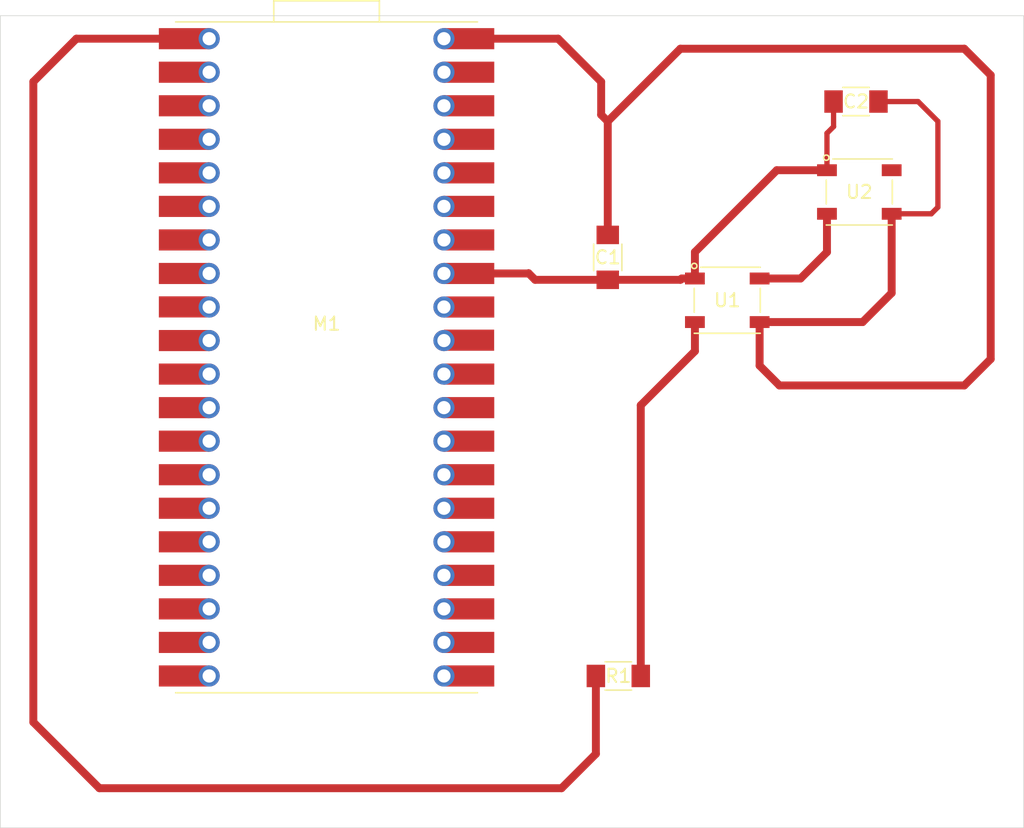
<source format=kicad_pcb>
(kicad_pcb (version 20240108) (generator "pcbnew") (generator_version "8.0")
  (layers (0 "F.Cu" signal) (31 "B.Cu" signal) (34 "B.Paste" user) (35 "F.Paste" user) (36 "B.SilkS" user "B.Silkscreen") (37 "F.SilkS" user "F.Silkscreen") (38 "B.Mask" user) (39 "F.Mask" user) (44 "Edge.Cuts" user))
  (net 0 "")
  (net 1 "Net-(U1-VSS)")
  (net 2 "Net-(M1-VBUS)")
  (net 25 "Net-(M1-GP0)")
  (net 64 "Net-(U1-DIN)")
  (net 65 "Net-(U1-DOUT)")
  (footprint "fab:LED_ADDR_Worldsemi_WS2812B" (layer "F.Cu") (at 148.05 86.55 180)
    (property "Reference" "U1" (at 0 0 0) (layer "F.SilkS"))
    (property "Value" "LED_ADDR_Worldsemi_WS2812B")
    (fp_line (start 2.5 -0.9) (end 2.5 0.9) (stroke (width 0.12)) (layer "F.SilkS"))
    (fp_line (start 2.5 -2.5) (end -2.5 -2.5) (stroke (width 0.12)) (layer "F.SilkS"))
    (fp_line (start -2.5 2.5) (end 2 2.5) (stroke (width 0.12)) (layer "F.SilkS"))
    (fp_line (start -2.5 -0.9) (end -2.5 0.9) (stroke (width 0.12)) (layer "F.SilkS"))
    (fp_circle (center 2.5 2.6) (end 2.7 2.6) (stroke (width 0.12)) (fill none) (layer "F.SilkS"))
    (pad "1" smd rect (at -2.45 -1.65 180) (size 1.5 0.9) (layers "F.Cu" "F.Paste" "F.Mask") (net 2 "Net-(M1-VBUS)"))
    (pad "2" smd rect (at -2.45 1.65 180) (size 1.5 0.9) (layers "F.Cu" "F.Paste" "F.Mask") (net 65 "Net-(U1-DOUT)"))
    (pad "3" smd rect (at 2.45 1.65 180) (size 1.5 0.9) (layers "F.Cu" "F.Paste" "F.Mask") (net 1 "Net-(U1-VSS)"))
    (pad "4" smd rect (at 2.45 -1.65 180) (size 1.5 0.9) (layers "F.Cu" "F.Paste" "F.Mask") (net 64 "Net-(U1-DIN)"))
  )
  (footprint "fab:LED_ADDR_Worldsemi_WS2812B" (layer "F.Cu") (at 158.05 78.35 180)
    (property "Reference" "U2" (at 0 0 0) (layer "F.SilkS"))
    (property "Value" "LED_ADDR_Worldsemi_WS2812B")
    (fp_line (start 2.5 -0.9) (end 2.5 0.9) (stroke (width 0.12)) (layer "F.SilkS"))
    (fp_line (start 2.5 -2.5) (end -2.5 -2.5) (stroke (width 0.12)) (layer "F.SilkS"))
    (fp_line (start -2.5 2.5) (end 2 2.5) (stroke (width 0.12)) (layer "F.SilkS"))
    (fp_line (start -2.5 -0.9) (end -2.5 0.9) (stroke (width 0.12)) (layer "F.SilkS"))
    (fp_circle (center 2.5 2.6) (end 2.7 2.6) (stroke (width 0.12)) (fill none) (layer "F.SilkS"))
    (pad "1" smd rect (at -2.45 -1.65 180) (size 1.5 0.9) (layers "F.Cu" "F.Paste" "F.Mask") (net 2 "Net-(M1-VBUS)"))
    (pad "2" smd rect (at -2.45 1.65 180) (size 1.5 0.9) (layers "F.Cu" "F.Paste" "F.Mask"))
    (pad "3" smd rect (at 2.45 1.65 180) (size 1.5 0.9) (layers "F.Cu" "F.Paste" "F.Mask") (net 1 "Net-(U1-VSS)"))
    (pad "4" smd rect (at 2.45 -1.65 180) (size 1.5 0.9) (layers "F.Cu" "F.Paste" "F.Mask") (net 65 "Net-(U1-DOUT)"))
  )
  (footprint "fab:RaspberryPi_PicoW_Combined" (layer "F.Cu") (at 117.705 90.87)
    (property "Reference" "M1" (at 0.0025 -2.54 0) (layer "F.SilkS"))
    (property "Value" "Module_RaspberryPi_PicoW_Combined")
    (fp_line (start -11.43 25.4) (end 11.43 25.4) (stroke (width 0.12)) (layer "F.SilkS"))
    (fp_line (start -4 -27) (end 4 -27) (stroke (width 0.12)) (layer "F.SilkS"))
    (fp_line (start -4 -25.4) (end -4 -27) (stroke (width 0.12)) (layer "F.SilkS"))
    (fp_line (start 4 -27) (end 4 -25.4) (stroke (width 0.12)) (layer "F.SilkS"))
    (fp_line (start 8.89 -25.4) (end -11.43 -25.4) (stroke (width 0.12)) (layer "F.SilkS"))
    (fp_line (start 11.43 -25.4) (end 8.89 -25.4) (stroke (width 0.12)) (layer "F.SilkS"))
    (pad "1" smd rect (at -10.795 -24.13) (size 3.81 1.6) (layers "F.Cu" "F.Paste" "F.Mask") (net 25 "Net-(M1-GP0)"))
    (pad "1" thru_hole circle (at -8.89 -24.13) (size 1.6 1.6) (drill 1) (layers "*.Cu" "*.Mask") (net 25 "Net-(M1-GP0)"))
    (pad "2" smd rect (at -10.795 -21.59) (size 3.81 1.6) (layers "F.Cu" "F.Paste" "F.Mask"))
    (pad "2" thru_hole circle (at -8.89 -21.59) (size 1.6 1.6) (drill 1) (layers "*.Cu" "*.Mask"))
    (pad "3" smd rect (at -10.795 -19.05) (size 3.81 1.6) (layers "F.Cu" "F.Paste" "F.Mask") (net 1 "Net-(U1-VSS)"))
    (pad "3" thru_hole circle (at -8.89 -19.05) (size 1.6 1.6) (drill 1) (layers "*.Cu" "*.Mask") (net 1 "Net-(U1-VSS)"))
    (pad "4" smd rect (at -10.795 -16.51) (size 3.81 1.6) (layers "F.Cu" "F.Paste" "F.Mask"))
    (pad "4" thru_hole circle (at -8.89 -16.51) (size 1.6 1.6) (drill 1) (layers "*.Cu" "*.Mask"))
    (pad "5" smd rect (at -10.795 -13.97) (size 3.81 1.6) (layers "F.Cu" "F.Paste" "F.Mask"))
    (pad "5" thru_hole circle (at -8.89 -13.97) (size 1.6 1.6) (drill 1) (layers "*.Cu" "*.Mask"))
    (pad "6" smd rect (at -10.795 -11.43) (size 3.81 1.6) (layers "F.Cu" "F.Paste" "F.Mask"))
    (pad "6" thru_hole circle (at -8.89 -11.43) (size 1.6 1.6) (drill 1) (layers "*.Cu" "*.Mask"))
    (pad "7" smd rect (at -10.795 -8.89) (size 3.81 1.6) (layers "F.Cu" "F.Paste" "F.Mask"))
    (pad "7" thru_hole circle (at -8.89 -8.89) (size 1.6 1.6) (drill 1) (layers "*.Cu" "*.Mask"))
    (pad "8" smd rect (at -10.795 -6.35) (size 3.81 1.6) (layers "F.Cu" "F.Paste" "F.Mask") (net 1 "Net-(U1-VSS)"))
    (pad "8" thru_hole circle (at -8.89 -6.35) (size 1.6 1.6) (drill 1) (layers "*.Cu" "*.Mask") (net 1 "Net-(U1-VSS)"))
    (pad "9" smd rect (at -10.795 -3.819556) (size 3.81 1.6) (layers "F.Cu" "F.Paste" "F.Mask"))
    (pad "9" thru_hole circle (at -8.89 -3.81) (size 1.6 1.6) (drill 1) (layers "*.Cu" "*.Mask"))
    (pad "10" smd rect (at -10.795 -1.27) (size 3.81 1.6) (layers "F.Cu" "F.Paste" "F.Mask"))
    (pad "10" thru_hole circle (at -8.89 -1.27) (size 1.6 1.6) (drill 1) (layers "*.Cu" "*.Mask"))
    (pad "11" smd rect (at -10.795 1.27) (size 3.81 1.6) (layers "F.Cu" "F.Paste" "F.Mask"))
    (pad "11" thru_hole circle (at -8.89 1.27) (size 1.6 1.6) (drill 1) (layers "*.Cu" "*.Mask"))
    (pad "12" smd rect (at -10.795 3.81) (size 3.81 1.6) (layers "F.Cu" "F.Paste" "F.Mask"))
    (pad "12" thru_hole circle (at -8.89 3.81) (size 1.6 1.6) (drill 1) (layers "*.Cu" "*.Mask"))
    (pad "13" smd rect (at -10.795 6.35) (size 3.81 1.6) (layers "F.Cu" "F.Paste" "F.Mask") (net 1 "Net-(U1-VSS)"))
    (pad "13" thru_hole circle (at -8.89 6.35) (size 1.6 1.6) (drill 1) (layers "*.Cu" "*.Mask") (net 1 "Net-(U1-VSS)"))
    (pad "14" smd rect (at -10.795 8.89) (size 3.81 1.6) (layers "F.Cu" "F.Paste" "F.Mask"))
    (pad "14" thru_hole circle (at -8.89 8.89) (size 1.6 1.6) (drill 1) (layers "*.Cu" "*.Mask"))
    (pad "15" smd rect (at -10.795 11.43) (size 3.81 1.6) (layers "F.Cu" "F.Paste" "F.Mask"))
    (pad "15" thru_hole circle (at -8.89 11.43) (size 1.6 1.6) (drill 1) (layers "*.Cu" "*.Mask"))
    (pad "16" smd rect (at -10.795 13.97) (size 3.81 1.6) (layers "F.Cu" "F.Paste" "F.Mask"))
    (pad "16" thru_hole circle (at -8.89 13.97) (size 1.6 1.6) (drill 1) (layers "*.Cu" "*.Mask"))
    (pad "17" smd rect (at -10.795 16.51) (size 3.81 1.6) (layers "F.Cu" "F.Paste" "F.Mask"))
    (pad "17" thru_hole circle (at -8.89 16.51) (size 1.6 1.6) (drill 1) (layers "*.Cu" "*.Mask"))
    (pad "18" smd rect (at -10.795 19.05) (size 3.81 1.6) (layers "F.Cu" "F.Paste" "F.Mask") (net 1 "Net-(U1-VSS)"))
    (pad "18" thru_hole circle (at -8.89 19.05) (size 1.6 1.6) (drill 1) (layers "*.Cu" "*.Mask") (net 1 "Net-(U1-VSS)"))
    (pad "19" smd rect (at -10.795 21.59) (size 3.81 1.6) (layers "F.Cu" "F.Paste" "F.Mask"))
    (pad "19" thru_hole circle (at -8.89 21.59) (size 1.6 1.6) (drill 1) (layers "*.Cu" "*.Mask"))
    (pad "20" smd rect (at -10.795 24.13) (size 3.81 1.6) (layers "F.Cu" "F.Paste" "F.Mask"))
    (pad "20" thru_hole circle (at -8.89 24.13) (size 1.6 1.6) (drill 1) (layers "*.Cu" "*.Mask"))
    (pad "21" thru_hole circle (at 8.89 24.13) (size 1.6 1.6) (drill 1) (layers "*.Cu" "*.Mask"))
    (pad "21" smd rect (at 10.795 24.13) (size 3.81 1.6) (layers "F.Cu" "F.Paste" "F.Mask"))
    (pad "22" thru_hole circle (at 8.89 21.59) (size 1.6 1.6) (drill 1) (layers "*.Cu" "*.Mask"))
    (pad "22" smd rect (at 10.795 21.59) (size 3.81 1.6) (layers "F.Cu" "F.Paste" "F.Mask"))
    (pad "23" thru_hole circle (at 8.89 19.05) (size 1.6 1.6) (drill 1) (layers "*.Cu" "*.Mask") (net 1 "Net-(U1-VSS)"))
    (pad "23" smd rect (at 10.795 19.05) (size 3.81 1.6) (layers "F.Cu" "F.Paste" "F.Mask") (net 1 "Net-(U1-VSS)"))
    (pad "24" thru_hole circle (at 8.89 16.51) (size 1.6 1.6) (drill 1) (layers "*.Cu" "*.Mask"))
    (pad "24" smd rect (at 10.795 16.51) (size 3.81 1.6) (layers "F.Cu" "F.Paste" "F.Mask"))
    (pad "25" thru_hole circle (at 8.89 13.97) (size 1.6 1.6) (drill 1) (layers "*.Cu" "*.Mask"))
    (pad "25" smd rect (at 10.795 13.97) (size 3.81 1.6) (layers "F.Cu" "F.Paste" "F.Mask"))
    (pad "26" thru_hole circle (at 8.89 11.43) (size 1.6 1.6) (drill 1) (layers "*.Cu" "*.Mask"))
    (pad "26" smd rect (at 10.795 11.43) (size 3.81 1.6) (layers "F.Cu" "F.Paste" "F.Mask"))
    (pad "27" thru_hole circle (at 8.89 8.89) (size 1.6 1.6) (drill 1) (layers "*.Cu" "*.Mask"))
    (pad "27" smd rect (at 10.795 8.89) (size 3.81 1.6) (layers "F.Cu" "F.Paste" "F.Mask"))
    (pad "28" thru_hole circle (at 8.89 6.35) (size 1.6 1.6) (drill 1) (layers "*.Cu" "*.Mask") (net 1 "Net-(U1-VSS)"))
    (pad "28" smd rect (at 10.795 6.35) (size 3.81 1.6) (layers "F.Cu" "F.Paste" "F.Mask") (net 1 "Net-(U1-VSS)"))
    (pad "29" thru_hole circle (at 8.89 3.81) (size 1.6 1.6) (drill 1) (layers "*.Cu" "*.Mask"))
    (pad "29" smd rect (at 10.795 3.81) (size 3.81 1.6) (layers "F.Cu" "F.Paste" "F.Mask"))
    (pad "30" thru_hole circle (at 8.89 1.27) (size 1.6 1.6) (drill 1) (layers "*.Cu" "*.Mask"))
    (pad "30" smd rect (at 10.795 1.27) (size 3.81 1.6) (layers "F.Cu" "F.Paste" "F.Mask"))
    (pad "31" thru_hole circle (at 8.89 -1.27) (size 1.6 1.6) (drill 1) (layers "*.Cu" "*.Mask"))
    (pad "31" smd rect (at 10.786443 -1.297864) (size 3.81 1.6) (layers "F.Cu" "F.Paste" "F.Mask"))
    (pad "32" thru_hole circle (at 8.89 -3.81) (size 1.6 1.6) (drill 1) (layers "*.Cu" "*.Mask"))
    (pad "32" smd rect (at 10.795 -3.81) (size 3.81 1.6) (layers "F.Cu" "F.Paste" "F.Mask"))
    (pad "33" thru_hole circle (at 8.89 -6.35) (size 1.6 1.6) (drill 1) (layers "*.Cu" "*.Mask") (net 1 "Net-(U1-VSS)"))
    (pad "33" smd rect (at 10.795 -6.35) (size 3.81 1.6) (layers "F.Cu" "F.Paste" "F.Mask") (net 1 "Net-(U1-VSS)"))
    (pad "34" thru_hole circle (at 8.89 -8.89) (size 1.6 1.6) (drill 1) (layers "*.Cu" "*.Mask"))
    (pad "34" smd rect (at 10.795 -8.89) (size 3.81 1.6) (layers "F.Cu" "F.Paste" "F.Mask"))
    (pad "35" thru_hole circle (at 8.89 -11.43) (size 1.6 1.6) (drill 1) (layers "*.Cu" "*.Mask"))
    (pad "35" smd rect (at 10.795 -11.43) (size 3.81 1.6) (layers "F.Cu" "F.Paste" "F.Mask"))
    (pad "36" thru_hole circle (at 8.89 -13.97) (size 1.6 1.6) (drill 1) (layers "*.Cu" "*.Mask"))
    (pad "36" smd rect (at 10.795 -13.97) (size 3.81 1.6) (layers "F.Cu" "F.Paste" "F.Mask"))
    (pad "37" thru_hole circle (at 8.89 -16.51) (size 1.6 1.6) (drill 1) (layers "*.Cu" "*.Mask"))
    (pad "37" smd rect (at 10.795 -16.51) (size 3.81 1.6) (layers "F.Cu" "F.Paste" "F.Mask"))
    (pad "38" thru_hole circle (at 8.89 -19.05) (size 1.6 1.6) (drill 1) (layers "*.Cu" "*.Mask") (net 1 "Net-(U1-VSS)"))
    (pad "38" smd rect (at 10.795 -19.05) (size 3.81 1.6) (layers "F.Cu" "F.Paste" "F.Mask") (net 1 "Net-(U1-VSS)"))
    (pad "39" thru_hole circle (at 8.89 -21.59) (size 1.6 1.6) (drill 1) (layers "*.Cu" "*.Mask"))
    (pad "39" smd rect (at 10.795 -21.59) (size 3.81 1.6) (layers "F.Cu" "F.Paste" "F.Mask"))
    (pad "40" thru_hole circle (at 8.89 -24.13) (size 1.6 1.6) (drill 1) (layers "*.Cu" "*.Mask") (net 2 "Net-(M1-VBUS)"))
    (pad "40" smd rect (at 10.795 -24.13) (size 3.81 1.6) (layers "F.Cu" "F.Paste" "F.Mask") (net 2 "Net-(M1-VBUS)"))
  )
  (footprint "fab:C_1206" (layer "F.Cu") (at 139 83.3 -90)
    (property "Reference" "C1" (at 0 0 0) (layer "F.SilkS"))
    (property "Value" "1 uF")
    (fp_line (start 1 1.07) (end -1 1.07) (stroke (width 0.12)) (layer "F.SilkS"))
    (fp_line (start -1 -1.07) (end 1 -1.07) (stroke (width 0.12)) (layer "F.SilkS"))
    (pad "1" smd rect (at -1.7 0 270) (size 1.4 1.7) (layers "F.Cu" "F.Paste" "F.Mask") (net 2 "Net-(M1-VBUS)"))
    (pad "2" smd rect (at 1.7 0 270) (size 1.4 1.7) (layers "F.Cu" "F.Paste" "F.Mask") (net 1 "Net-(U1-VSS)"))
  )
  (footprint "fab:C_1206" (layer "F.Cu") (at 157.8 71.5 180)
    (property "Reference" "C2" (at 0 0 0) (layer "F.SilkS"))
    (property "Value" "1 uF")
    (fp_line (start 1 1.07) (end -1 1.07) (stroke (width 0.12)) (layer "F.SilkS"))
    (fp_line (start -1 -1.07) (end 1 -1.07) (stroke (width 0.12)) (layer "F.SilkS"))
    (pad "1" smd rect (at -1.7 0 180) (size 1.4 1.7) (layers "F.Cu" "F.Paste" "F.Mask") (net 2 "Net-(M1-VBUS)"))
    (pad "2" smd rect (at 1.7 0 180) (size 1.4 1.7) (layers "F.Cu" "F.Paste" "F.Mask") (net 1 "Net-(U1-VSS)"))
  )
  (footprint "fab:R_1206" (layer "F.Cu") (at 139.8 115 180)
    (property "Reference" "R1" (at 0 0 0) (layer "F.SilkS"))
    (property "Value" "1 k")
    (fp_line (start 1 1.07) (end -1 1.07) (stroke (width 0.12)) (layer "F.SilkS"))
    (fp_line (start -1 -1.07) (end 1 -1.07) (stroke (width 0.12)) (layer "F.SilkS"))
    (pad "1" smd rect (at -1.7 0 180) (size 1.4 1.7) (layers "F.Cu" "F.Paste" "F.Mask") (net 64 "Net-(U1-DIN)"))
    (pad "2" smd rect (at 1.7 0 180) (size 1.4 1.7) (layers "F.Cu" "F.Paste" "F.Mask") (net 25 "Net-(M1-GP0)"))
  )
  (gr_rect (start 93 65) (end 170.5 126.5) (stroke (width 0.05)) (fill none) (layer "Edge.Cuts"))
  (segment (start 145.6 84.9) (end 144.6 84.9) (width 0.6) (layer "F.Cu") (net 1))
  (segment (start 156.1 71.5) (end 156.1 73.4) (width 0.4) (layer "F.Cu") (net 1))
  (segment (start 144.5 85) (end 139 85) (width 0.6) (layer "F.Cu") (net 1))
  (segment (start 145.6 84.9) (end 145.6 82.9) (width 0.6) (layer "F.Cu") (net 1))
  (segment (start 133.5 85) (end 133 84.5) (width 0.6) (layer "F.Cu") (net 1))
  (segment (start 144.6 84.9) (end 144.5 85) (width 0.6) (layer "F.Cu") (net 1))
  (segment (start 133 84.5) (end 132.98 84.52) (width 0.6) (layer "F.Cu") (net 1))
  (segment (start 145.6 82.9) (end 151.8 76.7) (width 0.6) (layer "F.Cu") (net 1))
  (segment (start 155.6 73.9) (end 155.6 76.7) (width 0.4) (layer "F.Cu") (net 1))
  (segment (start 139 85) (end 133.5 85) (width 0.6) (layer "F.Cu") (net 1))
  (segment (start 132.98 84.52) (end 128.5 84.52) (width 0.6) (layer "F.Cu") (net 1))
  (segment (start 156.1 73.4) (end 155.6 73.9) (width 0.4) (layer "F.Cu") (net 1))
  (segment (start 151.8 76.7) (end 155.6 76.7) (width 0.6) (layer "F.Cu") (net 1))
  (segment (start 126.975 84.9) (end 126.595 84.52) (width 0.4) (layer "F.Cu") (net 1))
  (segment (start 160.5 86) (end 158.3 88.2) (width 0.6) (layer "F.Cu") (net 2))
  (segment (start 139 73) (end 138.5 72.5) (width 0.6) (layer "F.Cu") (net 2))
  (segment (start 160.5 80) (end 160.5 86) (width 0.6) (layer "F.Cu") (net 2))
  (segment (start 159.5 71.5) (end 162.5 71.5) (width 0.4) (layer "F.Cu") (net 2))
  (segment (start 139 73) (end 139 81.6) (width 0.6) (layer "F.Cu") (net 2))
  (segment (start 135.24 66.74) (end 126.595 66.74) (width 0.6) (layer "F.Cu") (net 2))
  (segment (start 144.5 67.5) (end 139 73) (width 0.6) (layer "F.Cu") (net 2))
  (segment (start 138.5 70) (end 135.24 66.74) (width 0.6) (layer "F.Cu") (net 2))
  (segment (start 164 79.5) (end 163.5 80) (width 0.4) (layer "F.Cu") (net 2))
  (segment (start 166 67.5) (end 144.5 67.5) (width 0.6) (layer "F.Cu") (net 2))
  (segment (start 163.5 80) (end 160.5 80) (width 0.4) (layer "F.Cu") (net 2))
  (segment (start 150.5 91.5) (end 152 93) (width 0.6) (layer "F.Cu") (net 2))
  (segment (start 168 91) (end 168 69.5) (width 0.6) (layer "F.Cu") (net 2))
  (segment (start 168 69.5) (end 166 67.5) (width 0.6) (layer "F.Cu") (net 2))
  (segment (start 162.5 71.5) (end 164 73) (width 0.4) (layer "F.Cu") (net 2))
  (segment (start 150.5 88.2) (end 150.5 91.5) (width 0.6) (layer "F.Cu") (net 2))
  (segment (start 166 93) (end 168 91) (width 0.6) (layer "F.Cu") (net 2))
  (segment (start 164 73) (end 164 79.5) (width 0.4) (layer "F.Cu") (net 2))
  (segment (start 138.5 72.5) (end 138.5 70) (width 0.6) (layer "F.Cu") (net 2))
  (segment (start 152 93) (end 166 93) (width 0.6) (layer "F.Cu") (net 2))
  (segment (start 158.3 88.2) (end 150.5 88.2) (width 0.6) (layer "F.Cu") (net 2))
  (segment (start 108.815 66.74) (end 98.76 66.74) (width 0.6) (layer "F.Cu") (net 25))
  (segment (start 138.1 120.9) (end 138.1 115) (width 0.6) (layer "F.Cu") (net 25))
  (segment (start 95.5 70) (end 95.5 118.5) (width 0.6) (layer "F.Cu") (net 25))
  (segment (start 135.5 123.5) (end 138.1 120.9) (width 0.6) (layer "F.Cu") (net 25))
  (segment (start 95.5 118.5) (end 100.5 123.5) (width 0.6) (layer "F.Cu") (net 25))
  (segment (start 98.76 66.74) (end 95.5 70) (width 0.6) (layer "F.Cu") (net 25))
  (segment (start 100.5 123.5) (end 135.5 123.5) (width 0.6) (layer "F.Cu") (net 25))
  (segment (start 141.5 94.5) (end 141.5 115) (width 0.6) (layer "F.Cu") (net 64))
  (segment (start 145.6 88.2) (end 145.6 90.4) (width 0.6) (layer "F.Cu") (net 64))
  (segment (start 145.6 90.4) (end 141.5 94.5) (width 0.6) (layer "F.Cu") (net 64))
  (segment (start 153.6 84.9) (end 155.6 82.9) (width 0.6) (layer "F.Cu") (net 65))
  (segment (start 150.5 84.9) (end 153.6 84.9) (width 0.6) (layer "F.Cu") (net 65))
  (segment (start 155.6 82.9) (end 155.6 80) (width 0.6) (layer "F.Cu") (net 65))
)
</source>
